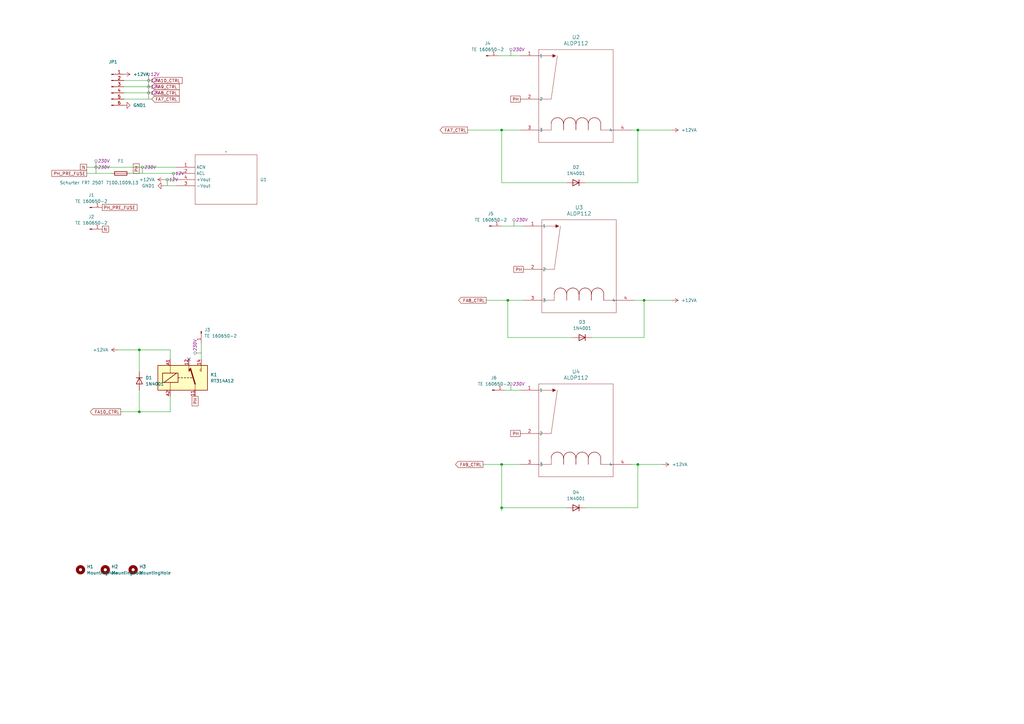
<source format=kicad_sch>
(kicad_sch (version 20230121) (generator eeschema)
  (paper "A3")
  (lib_symbols
    (symbol "ALDP112:ALDP112" (pin_names (offset 0.254))
      (property "Reference" "U" (at 22.86 12.7 0))
      (property "Value" "ALDP112" (at 22.86 7.62 0))
      (symbol "ALDP112_0_1"
        (polyline (pts (xy 7.62 -35.56) (xy 38.1 -35.56)) (stroke (width 0.127)))
        (polyline (pts (xy 7.62 0) (xy 12.7 0)) (stroke (width 0.127)))
        (polyline (pts (xy 7.62 2.54) (xy 7.62 -35.56)) (stroke (width 0.127)))
        (polyline (pts (xy 12.7 -30.48) (xy 7.62 -30.48)) (stroke (width 0.127)))
        (polyline (pts (xy 12.7 -27.94) (xy 12.7 -30.48)) (stroke (width 0.127)))
        (polyline (pts (xy 12.7 -17.78) (xy 7.62 -17.78)) (stroke (width 0.127)))
        (polyline (pts (xy 12.7 -17.78) (xy 15.24 0)) (stroke (width 0.127)))
        (polyline (pts (xy 12.7 0) (xy 13.9689 -0.0056)) (stroke (width 0.127)))
        (polyline (pts (xy 17.78 -27.94) (xy 17.78 -30.48)) (stroke (width 0.127)))
        (polyline (pts (xy 17.78 -27.94) (xy 17.78 -30.48)) (stroke (width 0.127)))
        (polyline (pts (xy 22.86 -27.94) (xy 22.86 -30.48)) (stroke (width 0.127)))
        (polyline (pts (xy 22.86 -27.94) (xy 22.86 -30.48)) (stroke (width 0.127)))
        (polyline (pts (xy 27.94 -27.94) (xy 27.94 -30.48)) (stroke (width 0.127)))
        (polyline (pts (xy 27.94 -27.94) (xy 27.94 -30.48)) (stroke (width 0.127)))
        (polyline (pts (xy 33.02 -27.94) (xy 33.02 -30.48)) (stroke (width 0.127)))
        (polyline (pts (xy 33.02 -27.94) (xy 33.02 -30.48)) (stroke (width 0.127)))
        (polyline (pts (xy 38.1 -35.56) (xy 38.1 2.54)) (stroke (width 0.127)))
        (polyline (pts (xy 38.1 -30.48) (xy 33.02 -30.48)) (stroke (width 0.127)))
        (polyline (pts (xy 38.1 2.54) (xy 7.62 2.54)) (stroke (width 0.127)))
        (polyline (pts (xy 13.335 0.635) (xy 13.335 -0.635) (xy 14.605 0)) (fill (type outline)))
        (arc (start 17.78 -27.94) (mid 15.24 -25.411) (end 12.7 -27.94) (stroke (width 0.127)))
        (arc (start 17.78 -27.94) (mid 15.24 -25.411) (end 12.7 -27.94) (stroke (width 0.127)))
        (arc (start 22.86 -27.94) (mid 20.32 -25.411) (end 17.78 -27.94) (stroke (width 0.127)))
        (arc (start 22.86 -27.94) (mid 20.32 -25.411) (end 17.78 -27.94) (stroke (width 0.127)))
        (arc (start 27.94 -27.94) (mid 25.4 -25.411) (end 22.86 -27.94) (stroke (width 0.127)))
        (arc (start 27.94 -27.94) (mid 25.4 -25.411) (end 22.86 -27.94) (stroke (width 0.127)))
        (arc (start 33.02 -27.94) (mid 30.48 -25.411) (end 27.94 -27.94) (stroke (width 0.127)))
        (arc (start 33.02 -27.94) (mid 30.48 -25.411) (end 27.94 -27.94) (stroke (width 0.127)))
        (pin unspecified line (at 0 0 0) (length 7.62) (name "1") (number "1"))
        (pin unspecified line (at 0 -17.78 0) (length 7.62) (name "2") (number "2"))
        (pin unspecified line (at 0 -30.48 0) (length 7.62) (name "3") (number "3"))
        (pin unspecified line (at 45.72 -30.48 180) (length 7.62) (name "4") (number "4"))
      )
    )
    (symbol "Connector:Conn_01x01_Pin" (pin_names (offset 1.016) hide)
      (property "Reference" "J" (at 0 2.54 0))
      (property "Value" "Conn_01x01_Pin" (at 0 -2.54 0))
      (symbol "Conn_01x01_Pin_1_1"
        (polyline (pts (xy 1.27 0) (xy 0.8636 0)) (stroke (width 0.1524)))
        (rectangle (start 0.8636 0.127) (end 0 -0.127) (stroke (width 0.1524)) (fill (type outline)))
        (pin passive line (at 5.08 0 180) (length 3.81) (name "Pin_1") (number "1"))
      )
    )
    (symbol "Connector:Conn_01x06_Pin" (pin_names (offset 1.016) hide)
      (property "Reference" "J" (at 0 7.62 0))
      (property "Value" "Conn_01x06_Pin" (at 0 -10.16 0))
      (symbol "Conn_01x06_Pin_1_1"
        (polyline (pts (xy 1.27 -7.62) (xy 0.8636 -7.62)) (stroke (width 0.1524)))
        (polyline (pts (xy 1.27 -5.08) (xy 0.8636 -5.08)) (stroke (width 0.1524)))
        (polyline (pts (xy 1.27 -2.54) (xy 0.8636 -2.54)) (stroke (width 0.1524)))
        (polyline (pts (xy 1.27 0) (xy 0.8636 0)) (stroke (width 0.1524)))
        (polyline (pts (xy 1.27 2.54) (xy 0.8636 2.54)) (stroke (width 0.1524)))
        (polyline (pts (xy 1.27 5.08) (xy 0.8636 5.08)) (stroke (width 0.1524)))
        (rectangle (start 0.8636 -7.493) (end 0 -7.747) (stroke (width 0.1524)) (fill (type outline)))
        (rectangle (start 0.8636 -4.953) (end 0 -5.207) (stroke (width 0.1524)) (fill (type outline)))
        (rectangle (start 0.8636 -2.413) (end 0 -2.667) (stroke (width 0.1524)) (fill (type outline)))
        (rectangle (start 0.8636 0.127) (end 0 -0.127) (stroke (width 0.1524)) (fill (type outline)))
        (rectangle (start 0.8636 2.667) (end 0 2.413) (stroke (width 0.1524)) (fill (type outline)))
        (rectangle (start 0.8636 5.207) (end 0 4.953) (stroke (width 0.1524)) (fill (type outline)))
        (pin passive line (at 5.08 5.08 180) (length 3.81) (name "Pin_1") (number "1"))
        (pin passive line (at 5.08 2.54 180) (length 3.81) (name "Pin_2") (number "2"))
        (pin passive line (at 5.08 0 180) (length 3.81) (name "Pin_3") (number "3"))
        (pin passive line (at 5.08 -2.54 180) (length 3.81) (name "Pin_4") (number "4"))
        (pin passive line (at 5.08 -5.08 180) (length 3.81) (name "Pin_5") (number "5"))
        (pin passive line (at 5.08 -7.62 180) (length 3.81) (name "Pin_6") (number "6"))
      )
    )
    (symbol "Device:Fuse" (pin_numbers hide) (pin_names (offset 0))
      (property "Reference" "F" (at 2.032 0 90))
      (property "Value" "Fuse" (at -1.905 0 90))
      (symbol "Fuse_0_1"
        (rectangle (start -0.762 -2.54) (end 0.762 2.54) (stroke (width 0.254)))
        (polyline (pts (xy 0 2.54) (xy 0 -2.54)))
      )
      (symbol "Fuse_1_1"
        (pin passive line (at 0 3.81 270) (length 1.27) (name "~") (number "1"))
        (pin passive line (at 0 -3.81 90) (length 1.27) (name "~") (number "2"))
      )
    )
    (symbol "Diode:1N4001" (pin_numbers hide) (pin_names hide)
      (property "Reference" "D" (at 0 2.54 0))
      (property "Value" "1N4001" (at 0 -2.54 0))
      (symbol "1N4001_0_1"
        (polyline (pts (xy -1.27 1.27) (xy -1.27 -1.27)) (stroke (width 0.254)))
        (polyline (pts (xy 1.27 0) (xy -1.27 0)))
        (polyline (pts (xy 1.27 1.27) (xy 1.27 -1.27) (xy -1.27 0) (xy 1.27 1.27)) (stroke (width 0.254)))
      )
      (symbol "1N4001_1_1"
        (pin passive line (at -3.81 0 0) (length 2.54) (name "K") (number "1"))
        (pin passive line (at 3.81 0 180) (length 2.54) (name "A") (number "2"))
      )
    )
    (symbol "ECE05:ECE10"
      (property "Reference" "U" (at 0 0 0))
      (symbol "ECE10_0_1"
        (polyline (pts (xy -12.7 -21.59) (xy 12.7 -21.59)) (stroke (width 0.127)))
        (polyline (pts (xy -12.7 -1.27) (xy -12.7 -21.59)) (stroke (width 0.127)))
        (polyline (pts (xy 12.7 -21.59) (xy 12.7 -1.27)) (stroke (width 0.127)))
        (polyline (pts (xy 12.7 -1.27) (xy -12.7 -1.27)) (stroke (width 0.127)))
      )
      (symbol "ECE10_1_1"
        (pin power_in line (at -20.32 -6.35 0) (length 7.62) (name "ACN") (number "1"))
        (pin power_in line (at -20.32 -8.89 0) (length 7.62) (name "ACL") (number "2"))
        (pin power_out line (at -20.32 -13.97 0) (length 7.62) (name "-Vout") (number "3"))
        (pin power_out line (at -20.32 -11.43 0) (length 7.62) (name "+Vout") (number "4"))
      )
    )
    (symbol "Mechanical:MountingHole" (pin_names (offset 1.016))
      (property "Reference" "H" (at 0 5.08 0))
      (property "Value" "MountingHole" (at 0 3.175 0))
      (symbol "MountingHole_0_1"
        (circle (center 0 0) (radius 1.27) (stroke (width 1.27)))
      )
    )
    (symbol "Relay:RT314A12"
      (property "Reference" "K" (at 11.43 3.81 0))
      (property "Value" "RT314A12" (at 11.43 1.27 0))
      (symbol "RT314A12_0_0"
        (polyline (pts (xy -2.54 1.905) (xy -7.62 -1.905)) (stroke (width 0.254)))
      )
      (symbol "RT314A12_0_1"
        (rectangle (start -10.16 5.08) (end 10.16 -5.08) (stroke (width 0.254)) (fill (type background)))
        (rectangle (start -8.255 1.905) (end -1.905 -1.905) (stroke (width 0.254)))
        (polyline (pts (xy -5.08 -5.08) (xy -5.08 -1.905)))
        (polyline (pts (xy -5.08 5.08) (xy -5.08 1.905)))
        (polyline (pts (xy -1.905 0) (xy -1.27 0)) (stroke (width 0.254)))
        (polyline (pts (xy -0.635 0) (xy 0 0)) (stroke (width 0.254)))
        (polyline (pts (xy 0.635 0) (xy 1.27 0)) (stroke (width 0.254)))
        (polyline (pts (xy 1.905 0) (xy 2.54 0)) (stroke (width 0.254)))
        (polyline (pts (xy 3.175 0) (xy 3.81 0)) (stroke (width 0.254)))
        (polyline (pts (xy 5.08 -2.54) (xy 3.175 3.81)) (stroke (width 0.508)))
        (polyline (pts (xy 5.08 -2.54) (xy 5.08 -5.08)))
        (polyline (pts (xy 2.54 5.08) (xy 2.54 2.54) (xy 3.175 3.175) (xy 2.54 3.81)) (fill (type outline)))
        (polyline (pts (xy 7.62 5.08) (xy 7.62 2.54) (xy 6.985 3.175) (xy 7.62 3.81)))
      )
      (symbol "RT314A12_1_1"
        (pin passive line (at 5.08 -7.62 90) (length 2.54) (name "~") (number "11"))
        (pin passive line (at 2.54 7.62 270) (length 2.54) (name "~") (number "12"))
        (pin passive line (at 7.62 7.62 270) (length 2.54) (name "~") (number "14"))
        (pin passive line (at -5.08 7.62 270) (length 2.54) (name "~") (number "A1"))
        (pin passive line (at -5.08 -7.62 90) (length 2.54) (name "~") (number "A2"))
      )
    )
    (symbol "power:+12VA" (power) (pin_names (offset 0))
      (property "Value" "+12VA" (at 0 3.556 0))
      (symbol "+12VA_0_1"
        (polyline (pts (xy -0.762 1.27) (xy 0 2.54)))
        (polyline (pts (xy 0 0) (xy 0 2.54)))
        (polyline (pts (xy 0 2.54) (xy 0.762 1.27)))
      )
      (symbol "+12VA_1_1"
        (pin power_in line (at 0 0 90) (length 0) hide (name "+12VA") (number "1"))
      )
    )
    (symbol "power:GND1" (power) (pin_names (offset 0))
      (property "Value" "GND1" (at 0 -3.81 0))
      (symbol "GND1_0_1"
        (polyline (pts (xy 0 0) (xy 0 -1.27) (xy 1.27 -1.27) (xy 0 -2.54) (xy -1.27 -1.27) (xy 0 -1.27)))
      )
      (symbol "GND1_1_1"
        (pin power_in line (at 0 0 270) (length 0) hide (name "GND1") (number "1"))
      )
    )
  )
  (junction (at 205.74 190.5))
  (junction (at 261.62 190.5))
  (junction (at 205.74 53.34))
  (junction (at 57.15 168.91))
  (junction (at 261.62 53.34))
  (junction (at 208.28 123.19))
  (junction (at 57.15 143.51))
  (junction (at 205.74 208.28))
  (junction (at 264.16 123.19))
  (no_connect (at 77.47 147.32))
  (wire (pts (xy 82.55 140.97) (xy 82.55 147.32)))
  (wire (pts (xy 261.62 190.5) (xy 259.08 190.5)))
  (wire (pts (xy 69.85 143.51) (xy 69.85 147.32)))
  (wire (pts (xy 67.31 73.66) (xy 72.39 73.66)))
  (wire (pts (xy 261.62 74.93) (xy 261.62 53.34)))
  (wire (pts (xy 205.74 92.71) (xy 214.63 92.71)))
  (wire (pts (xy 259.08 53.34) (xy 261.62 53.34)))
  (wire (pts (xy 48.26 143.51) (xy 57.15 143.51)))
  (wire (pts (xy 57.15 168.91) (xy 69.85 168.91)))
  (wire (pts (xy 232.41 208.28) (xy 205.74 208.28)))
  (wire (pts (xy 57.15 143.51) (xy 69.85 143.51)))
  (wire (pts (xy 232.41 74.93) (xy 205.74 74.93)))
  (wire (pts (xy 198.12 190.5) (xy 205.74 190.5)))
  (wire (pts (xy 261.62 53.34) (xy 275.59 53.34)))
  (wire (pts (xy 271.78 190.5) (xy 261.62 190.5)))
  (wire (pts (xy 240.03 74.93) (xy 261.62 74.93)))
  (wire (pts (xy 191.77 53.34) (xy 205.74 53.34)))
  (wire (pts (xy 49.53 168.91) (xy 57.15 168.91)))
  (wire (pts (xy 50.8 35.56) (xy 62.23 35.56)))
  (wire (pts (xy 67.31 76.2) (xy 72.39 76.2)))
  (wire (pts (xy 208.28 123.19) (xy 214.63 123.19)))
  (wire (pts (xy 204.47 22.86) (xy 213.36 22.86)))
  (wire (pts (xy 50.8 40.64) (xy 62.23 40.64)))
  (wire (pts (xy 208.28 123.19) (xy 208.28 138.43)))
  (wire (pts (xy 205.74 74.93) (xy 205.74 53.34)))
  (wire (pts (xy 264.16 123.19) (xy 264.16 138.43)))
  (wire (pts (xy 69.85 168.91) (xy 69.85 162.56)))
  (wire (pts (xy 205.74 53.34) (xy 213.36 53.34)))
  (wire (pts (xy 240.03 208.28) (xy 261.62 208.28)))
  (wire (pts (xy 205.74 208.28) (xy 205.74 209.55)))
  (wire (pts (xy 205.74 190.5) (xy 205.74 208.28)))
  (wire (pts (xy 50.8 33.02) (xy 62.23 33.02)))
  (wire (pts (xy 207.01 160.02) (xy 213.36 160.02)))
  (wire (pts (xy 264.16 123.19) (xy 260.35 123.19)))
  (wire (pts (xy 199.39 123.19) (xy 208.28 123.19)))
  (wire (pts (xy 57.15 143.51) (xy 57.15 152.4)))
  (wire (pts (xy 50.8 38.1) (xy 62.23 38.1)))
  (wire (pts (xy 261.62 190.5) (xy 261.62 208.28)))
  (wire (pts (xy 234.95 138.43) (xy 208.28 138.43)))
  (wire (pts (xy 35.56 68.58) (xy 72.39 68.58)))
  (wire (pts (xy 57.15 160.02) (xy 57.15 168.91)))
  (wire (pts (xy 242.57 138.43) (xy 264.16 138.43)))
  (wire (pts (xy 53.34 71.12) (xy 72.39 71.12)))
  (wire (pts (xy 35.56 71.12) (xy 45.72 71.12)))
  (wire (pts (xy 275.59 123.19) (xy 264.16 123.19)))
  (wire (pts (xy 205.74 190.5) (xy 213.36 190.5)))
  (global_label "FA9_CTRL" (shape output) (at 198.12 190.5 180) (property "Intersheetrefs" "${INTERSHEET_REFS}" (effects hide)))
  (global_label "N" (shape passive) (at 41.91 93.98 0) (property "Intersheetrefs" "${INTERSHEET_REFS}" (effects hide)))
  (global_label "FA10_CTRL" (shape input) (at 62.23 33.02 0) (property "Intersheetrefs" "${INTERSHEET_REFS}" (effects hide)))
  (global_label "FA7_CTRL" (shape input) (at 62.23 40.64 0) (property "Intersheetrefs" "${INTERSHEET_REFS}" (effects hide)))
  (global_label "PH" (shape passive) (at 80.01 162.56 270) (property "Intersheetrefs" "${INTERSHEET_REFS}" (effects hide)))
  (global_label "FA7_CTRL" (shape output) (at 191.77 53.34 180) (property "Intersheetrefs" "${INTERSHEET_REFS}" (effects hide)))
  (global_label "PH" (shape passive) (at 213.36 177.8 180) (property "Intersheetrefs" "${INTERSHEET_REFS}" (effects hide)))
  (global_label "PH" (shape passive) (at 213.36 40.64 180) (property "Intersheetrefs" "${INTERSHEET_REFS}" (effects hide)))
  (global_label "PH_PRE_FUSE" (shape passive) (at 41.91 85.09 0) (property "Intersheetrefs" "${INTERSHEET_REFS}" (effects hide)))
  (global_label "N" (shape passive) (at 35.56 68.58 180) (property "Intersheetrefs" "${INTERSHEET_REFS}" (effects hide)))
  (global_label "PH" (shape passive) (at 55.88 71.12 90) (property "Intersheetrefs" "${INTERSHEET_REFS}" (effects hide)))
  (global_label "FA8_CTRL" (shape input) (at 62.23 38.1 0) (property "Intersheetrefs" "${INTERSHEET_REFS}" (effects hide)))
  (global_label "PH" (shape passive) (at 214.63 110.49 180) (property "Intersheetrefs" "${INTERSHEET_REFS}" (effects hide)))
  (global_label "FA9_CTRL" (shape input) (at 62.23 35.56 0) (property "Intersheetrefs" "${INTERSHEET_REFS}" (effects hide)))
  (global_label "PH_PRE_FUSE" (shape passive) (at 35.56 71.12 180) (property "Intersheetrefs" "${INTERSHEET_REFS}" (effects hide)))
  (global_label "FA10_CTRL" (shape output) (at 49.53 168.91 180) (property "Intersheetrefs" "${INTERSHEET_REFS}" (effects hide)))
  (global_label "FA8_CTRL" (shape output) (at 199.39 123.19 180) (property "Intersheetrefs" "${INTERSHEET_REFS}" (effects hide)))
  (netclass_flag "" (length 2.54) (shape round) (at 60.96 38.1 0) (property "Netclass" "12V" (at 61.6585 35.56 0) (effects (font italic) (justify left))))
  (netclass_flag "" (length 2.54) (shape round) (at 68.58 76.2 0) (property "Netclass" "12V" (at 69.2785 73.66 0) (effects (font italic) (justify left))))
  (netclass_flag "" (length 2.54) (shape round) (at 82.55 144.78 90) (property "Netclass" "230V" (at 80.01 144.0815 90) (effects (font italic) (justify left))))
  (netclass_flag "" (length 2.54) (shape round) (at 60.96 35.56 0) (property "Netclass" "12V" (at 61.6585 33.02 0) (effects (font italic) (justify left))))
  (netclass_flag "" (length 2.54) (shape round) (at 209.55 160.02 0) (property "Netclass" "230V" (at 210.2485 157.48 0) (effects (font italic) (justify left))))
  (netclass_flag "" (length 2.54) (shape round) (at 39.37 68.58 0) (property "Netclass" "230V" (at 40.0685 66.04 0) (effects (font italic) (justify left))))
  (netclass_flag "" (length 2.54) (shape round) (at 60.96 33.02 0) (property "Netclass" "12V" (at 61.6585 30.48 0) (effects (font italic) (justify left))))
  (netclass_flag "" (length 2.54) (shape round) (at 71.12 73.66 0) (property "Netclass" "12V" (at 71.8185 71.12 0) (effects (font italic) (justify left))))
  (netclass_flag "" (length 2.54) (shape round) (at 209.55 22.86 0) (property "Netclass" "230V" (at 210.2485 20.32 0) (effects (font italic) (justify left))))
  (netclass_flag "" (length 2.54) (shape round) (at 58.42 71.12 0) (property "Netclass" "230V" (at 59.1185 68.58 0) (effects (font italic) (justify left))))
  (netclass_flag "" (length 2.54) (shape round) (at 39.37 71.12 0) (property "Netclass" "230V" (at 40.0685 68.58 0) (effects (font italic) (justify left))))
  (netclass_flag "" (length 2.54) (shape round) (at 60.96 40.64 0) (property "Netclass" "12V" (at 61.6585 38.1 0) (effects (font italic) (justify left))))
  (netclass_flag "" (length 2.54) (shape round) (at 210.82 92.71 0) (property "Netclass" "230V" (at 211.5185 90.17 0) (effects (font italic) (justify left))))
  (symbol (lib_id "power:+12VA") (at 67.31 73.66 90) (unit 1)
    (property "Reference" "#PWR03" (effects hide))
    (property "Value" "+12VA" (at 63.5 73.66 90) (effects (justify left)))
  )
  (symbol (lib_id "Connector:Conn_01x01_Pin") (at 200.66 92.71 0) (unit 1)
    (property "Reference" "J5" (at 201.295 87.63 0))
    (property "Value" "TE 160650-2" (at 201.295 90.17 0))
    (property "Footprint" "624091:TE_62409-1" (effects hide))
    (property "Comment" "Hand solder" (effects hide))
    (property "Digikey" "https://www.digikey.se/en/products/detail/te-connectivity-amp-connectors/160650-2/2054174" (effects hide))
  )
  (symbol (lib_id "power:+12VA") (at 48.26 143.51 90) (unit 1)
    (property "Reference" "#PWR05" (effects hide))
    (property "Value" "+12VA" (at 44.45 143.51 90) (effects (justify left)))
  )
  (symbol (lib_id "ALDP112:ALDP112") (at 213.36 160.02 0) (unit 1) (in_bom no)
    (property "Reference" "U4" (at 236.22 152.4 0) (effects (font (size 1.524 1.524))))
    (property "Value" "ALDP112" (at 236.22 154.94 0) (effects (font (size 1.524 1.524))))
    (property "Footprint" "ALDP112:PAN_ALD_PAN" (effects hide))
    (property "Datasheet" "ALDP112" (effects hide))
    (property "Comment" "Hand solder" (effects hide))
    (property "Digikey" "https://www.digikey.se/en/products/detail/panasonic-electric-works/ALDP112W/3641420" (effects hide))
  )
  (symbol (lib_id "ALDP112:ALDP112") (at 214.63 92.71 0) (unit 1) (in_bom no)
    (property "Reference" "U3" (at 237.49 85.09 0) (effects (font (size 1.524 1.524))))
    (property "Value" "ALDP112" (at 237.49 87.63 0) (effects (font (size 1.524 1.524))))
    (property "Footprint" "ALDP112:PAN_ALD_PAN" (effects hide))
    (property "Datasheet" "ALDP112" (effects hide))
    (property "Comment" "Hand solder" (effects hide))
    (property "Digikey" "https://www.digikey.se/en/products/detail/panasonic-electric-works/ALDP112W/3641420" (effects hide))
  )
  (symbol (lib_id "Mechanical:MountingHole") (at 33.02 233.68 0) (unit 1)
    (property "Reference" "H1" (at 35.56 232.41 0) (effects (justify left)))
    (property "Value" "MountingHole" (at 35.56 234.95 0) (effects (justify left)))
    (property "Footprint" "MountingHole:MountingHole_2.2mm_M2" (effects hide))
  )
  (symbol (lib_id "power:+12VA") (at 271.78 190.5 270) (unit 1)
    (property "Reference" "#PWR08" (effects hide))
    (property "Value" "+12VA" (at 275.59 190.5 90) (effects (justify left)))
  )
  (symbol (lib_id "Connector:Conn_01x06_Pin") (at 45.72 35.56 0) (unit 1)
    (property "Reference" "JP1" (at 46.355 25.4 0))
    (property "Value" "Conn_01x06_Pin" (effects hide))
    (property "Footprint" "Connector_PinHeader_2.54mm:PinHeader_1x06_P2.54mm_Vertical" (effects hide))
    (property "Comment" "Hand solder" (effects hide))
  )
  (symbol (lib_id "Diode:1N4001") (at 57.15 156.21 270) (unit 1)
    (property "Reference" "D1" (at 59.69 154.94 90) (effects (justify left)))
    (property "Value" "1N4001" (at 59.69 157.48 90) (effects (justify left)))
    (property "Footprint" "Diode_THT:D_DO-41_SOD81_P7.62mm_Horizontal" (effects hide))
    (property "Datasheet" "http://www.vishay.com/docs/88503/1n4001.pdf" (effects hide))
    (property "Sim.Device" "D" (effects hide))
    (property "Sim.Pins" "1=K 2=A" (effects hide))
    (property "Digikey" "https://www.digikey.se/en/products/detail/diotec-semiconductor/1N4001/13164614" (effects hide))
  )
  (symbol (lib_id "power:GND1") (at 67.31 76.2 270) (unit 1)
    (property "Reference" "#PWR04" (effects hide))
    (property "Value" "GND1" (at 63.5 76.2 90) (effects (justify right)))
  )
  (symbol (lib_id "power:+12VA") (at 275.59 123.19 270) (unit 1)
    (property "Reference" "#PWR07" (effects hide))
    (property "Value" "+12VA" (at 279.4 123.19 90) (effects (justify left)))
  )
  (symbol (lib_id "power:+12VA") (at 275.59 53.34 270) (unit 1)
    (property "Reference" "#PWR06" (effects hide))
    (property "Value" "+12VA" (at 279.4 53.34 90) (effects (justify left)))
  )
  (symbol (lib_id "Device:Fuse") (at 49.53 71.12 90) (unit 1)
    (property "Reference" "F1" (at 49.53 66.04 90))
    (property "Value" "Schurter FRT 250T 7100.1009.13" (at 40.64 74.93 90))
    (property "Footprint" "1289:FRT 250T" (effects hide))
    (property "Comment" "Hand solder" (effects hide))
    (property "Digikey" "https://www.digikey.se/en/products/detail/schurter-inc/7100-1009-13/639906" (effects hide))
  )
  (symbol (lib_id "power:GND1") (at 50.8 43.18 90) (unit 1)
    (property "Reference" "#PWR02" (effects hide))
    (property "Value" "GND1" (at 54.61 43.18 90) (effects (justify right)))
  )
  (symbol (lib_id "power:+12VA") (at 50.8 30.48 270) (unit 1)
    (property "Reference" "#PWR01" (effects hide))
    (property "Value" "+12VA" (at 54.61 30.48 90) (effects (justify left)))
  )
  (symbol (lib_id "Diode:1N4001") (at 236.22 208.28 180) (unit 1)
    (property "Reference" "D4" (at 236.22 201.93 0))
    (property "Value" "1N4001" (at 236.22 204.47 0))
    (property "Footprint" "Diode_THT:D_DO-41_SOD81_P7.62mm_Horizontal" (effects hide))
    (property "Datasheet" "http://www.vishay.com/docs/88503/1n4001.pdf" (effects hide))
    (property "Sim.Device" "D" (effects hide))
    (property "Sim.Pins" "1=K 2=A" (effects hide))
    (property "Digikey" "https://www.digikey.se/en/products/detail/diotec-semiconductor/1N4001/13164614" (effects hide))
  )
  (symbol (lib_id "Diode:1N4001") (at 238.76 138.43 180) (unit 1)
    (property "Reference" "D3" (at 238.76 132.08 0))
    (property "Value" "1N4001" (at 238.76 134.62 0))
    (property "Footprint" "Diode_THT:D_DO-41_SOD81_P7.62mm_Horizontal" (effects hide))
    (property "Datasheet" "http://www.vishay.com/docs/88503/1n4001.pdf" (effects hide))
    (property "Sim.Device" "D" (effects hide))
    (property "Sim.Pins" "1=K 2=A" (effects hide))
    (property "Digikey" "https://www.digikey.se/en/products/detail/diotec-semiconductor/1N4001/13164614" (effects hide))
  )
  (symbol (lib_id "Mechanical:MountingHole") (at 54.61 233.68 0) (unit 1)
    (property "Reference" "H3" (at 57.15 232.41 0) (effects (justify left)))
    (property "Value" "MountingHole" (at 57.15 234.95 0) (effects (justify left)))
    (property "Footprint" "MountingHole:MountingHole_2.2mm_M2" (effects hide))
  )
  (symbol (lib_id "Mechanical:MountingHole") (at 43.18 233.68 0) (unit 1)
    (property "Reference" "H2" (at 45.72 232.41 0) (effects (justify left)))
    (property "Value" "MountingHole" (at 45.72 234.95 0) (effects (justify left)))
    (property "Footprint" "MountingHole:MountingHole_2.2mm_M2" (effects hide))
  )
  (symbol (lib_id "Connector:Conn_01x01_Pin") (at 36.83 85.09 0) (unit 1)
    (property "Reference" "J1" (at 37.465 80.01 0))
    (property "Value" "TE 160650-2" (at 37.465 82.55 0))
    (property "Footprint" "624091:TE_62409-1" (effects hide))
    (property "Comment" "Hand solder" (effects hide))
    (property "Digikey" "https://www.digikey.se/en/products/detail/te-connectivity-amp-connectors/160650-2/2054174" (effects hide))
  )
  (symbol (lib_id "ECE05:ECE10") (at 92.71 62.23 0) (unit 1)
    (property "Reference" "U1" (at 106.68 73.66 0) (effects (justify left)))
    (property "Value" "~" (at 92.71 62.23 0))
    (property "Footprint" "ECE05:ECE10" (effects hide))
    (property "Digikey" "https://www.digikey.se/en/products/detail/xp-power/ECE10US12/4487498" (effects hide))
  )
  (symbol (lib_id "Connector:Conn_01x01_Pin") (at 82.55 135.89 270) (unit 1)
    (property "Reference" "J3" (at 83.82 135.255 90) (effects (justify left)))
    (property "Value" "TE 160650-2" (at 83.82 137.795 90) (effects (justify left)))
    (property "Footprint" "624091:TE_62409-1" (effects hide))
    (property "Comment" "Hand solder" (effects hide))
    (property "Digikey" "https://www.digikey.se/en/products/detail/te-connectivity-amp-connectors/160650-2/2054174" (effects hide))
  )
  (symbol (lib_id "Connector:Conn_01x01_Pin") (at 36.83 93.98 0) (unit 1)
    (property "Reference" "J2" (at 37.465 88.9 0))
    (property "Value" "TE 160650-2" (at 37.465 91.44 0))
    (property "Footprint" "624091:TE_62409-1" (effects hide))
    (property "Comment" "Hand solder" (effects hide))
    (property "Digikey" "https://www.digikey.se/en/products/detail/te-connectivity-amp-connectors/160650-2/2054174" (effects hide))
  )
  (symbol (lib_id "ALDP112:ALDP112") (at 213.36 22.86 0) (unit 1) (in_bom no)
    (property "Reference" "U2" (at 236.22 15.24 0) (effects (font (size 1.524 1.524))))
    (property "Value" "ALDP112" (at 236.22 17.78 0) (effects (font (size 1.524 1.524))))
    (property "Footprint" "ALDP112:PAN_ALD_PAN" (effects hide))
    (property "Datasheet" "ALDP112" (effects hide))
    (property "Comment" "Hand solder" (effects hide))
    (property "Digikey" "https://www.digikey.se/en/products/detail/panasonic-electric-works/ALDP112W/3641420" (effects hide))
  )
  (symbol (lib_id "Diode:1N4001") (at 236.22 74.93 180) (unit 1)
    (property "Reference" "D2" (at 236.22 68.58 0))
    (property "Value" "1N4001" (at 236.22 71.12 0))
    (property "Footprint" "Diode_THT:D_DO-41_SOD81_P7.62mm_Horizontal" (effects hide))
    (property "Datasheet" "http://www.vishay.com/docs/88503/1n4001.pdf" (effects hide))
    (property "Sim.Device" "D" (effects hide))
    (property "Sim.Pins" "1=K 2=A" (effects hide))
    (property "Digikey" "https://www.digikey.se/en/products/detail/diotec-semiconductor/1N4001/13164614" (effects hide))
  )
  (symbol (lib_id "Connector:Conn_01x01_Pin") (at 199.39 22.86 0) (unit 1)
    (property "Reference" "J4" (at 200.025 17.78 0))
    (property "Value" "TE 160650-2" (at 200.025 20.32 0))
    (property "Footprint" "624091:TE_62409-1" (effects hide))
    (property "Comment" "Hand solder" (effects hide))
    (property "Digikey" "https://www.digikey.se/en/products/detail/te-connectivity-amp-connectors/160650-2/2054174" (effects hide))
  )
  (symbol (lib_id "Connector:Conn_01x01_Pin") (at 201.93 160.02 0) (unit 1)
    (property "Reference" "J6" (at 202.565 154.94 0))
    (property "Value" "TE 160650-2" (at 202.565 157.48 0))
    (property "Footprint" "624091:TE_62409-1" (effects hide))
    (property "Comment" "Hand solder" (effects hide))
    (property "Digikey" "https://www.digikey.se/en/products/detail/te-connectivity-amp-connectors/160650-2/2054174" (effects hide))
  )
  (symbol (lib_id "Relay:RT314A12") (at 74.93 154.94 0) (unit 1) (in_bom no)
    (property "Reference" "K1" (at 86.36 153.67 0) (effects (justify left)))
    (property "Value" "RT314A12" (at 86.36 156.21 0) (effects (justify left)))
    (property "Footprint" "Relay_THT:Relay_SPDT_Schrack-RT1-16A-FormC_RM5mm" (effects hide))
    (property "Datasheet" "https://www.te.com/commerce/DocumentDelivery/DDEController?Action=srchrtrv&DocNm=RT1_bistable&DocType=DS&DocLang=English" (effects hide))
    (property "Comment" "Hand solder" (effects hide))
    (property "Digikey" "https://www.digikey.se/en/products/detail/te-connectivity-potter-brumfield-relays/RT314A12/1633974" (effects hide))
  )
)
</source>
